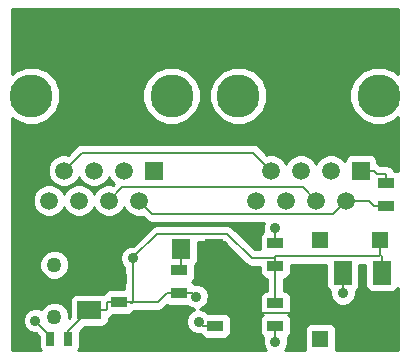
<source format=gbl>
G04 (created by PCBNEW-RS274X (2011-07-08)-stable) date Wed 10 Aug 2011 06:35:13 PM EDT*
G01*
G70*
G90*
%MOIN*%
G04 Gerber Fmt 3.4, Leading zero omitted, Abs format*
%FSLAX34Y34*%
G04 APERTURE LIST*
%ADD10C,0.006000*%
%ADD11R,0.062900X0.070900*%
%ADD12C,0.143700*%
%ADD13R,0.059100X0.059100*%
%ADD14C,0.059100*%
%ADD15R,0.055000X0.055000*%
%ADD16R,0.055000X0.035000*%
%ADD17R,0.060000X0.080000*%
%ADD18R,0.080000X0.060000*%
%ADD19C,0.050000*%
%ADD20R,0.025000X0.045000*%
%ADD21C,0.035000*%
%ADD22C,0.008000*%
%ADD23C,0.010000*%
G04 APERTURE END LIST*
G54D10*
G54D11*
X55041Y-42000D03*
X56159Y-42000D03*
G54D12*
X56962Y-36900D03*
X61635Y-36900D03*
G54D13*
X61050Y-39400D03*
G54D14*
X60550Y-40400D03*
X60050Y-39400D03*
X59550Y-40400D03*
X59050Y-39400D03*
X58550Y-40400D03*
X58050Y-39400D03*
X57550Y-40400D03*
G54D12*
X50062Y-36900D03*
X54735Y-36900D03*
G54D13*
X54150Y-39400D03*
G54D14*
X53650Y-40400D03*
X53150Y-39400D03*
X52650Y-40400D03*
X52150Y-39400D03*
X51650Y-40400D03*
X51150Y-39400D03*
X50650Y-40400D03*
G54D15*
X61700Y-41700D03*
X61700Y-45000D03*
G54D16*
X58200Y-43825D03*
X58200Y-44575D03*
X58200Y-42575D03*
X58200Y-41825D03*
X55000Y-42725D03*
X55000Y-43475D03*
X56200Y-44575D03*
X56200Y-43825D03*
X53000Y-43775D03*
X53000Y-43025D03*
G54D17*
X61750Y-42800D03*
X60450Y-42800D03*
G54D18*
X52000Y-44050D03*
X52000Y-42750D03*
G54D19*
X50830Y-44265D03*
X50830Y-42535D03*
G54D15*
X59700Y-41700D03*
X59700Y-45000D03*
G54D16*
X61900Y-40575D03*
X61900Y-39825D03*
G54D20*
X50700Y-45000D03*
X51300Y-45000D03*
G54D21*
X52700Y-42500D03*
X58200Y-45100D03*
X58200Y-41300D03*
X55636Y-44429D03*
X50200Y-44400D03*
X60450Y-43480D03*
X55561Y-43600D03*
X53455Y-42320D03*
G54D22*
X56159Y-42000D02*
X56159Y-42498D01*
X56200Y-43825D02*
X56200Y-43507D01*
X60425Y-44143D02*
X56200Y-44143D01*
X61282Y-45000D02*
X60425Y-44143D01*
X61700Y-45000D02*
X61282Y-45000D01*
X56200Y-43825D02*
X56200Y-44143D01*
X52582Y-42789D02*
X52543Y-42750D01*
X52582Y-43025D02*
X52582Y-42789D01*
X52000Y-42750D02*
X52543Y-42750D01*
X53000Y-43025D02*
X52582Y-43025D01*
X55808Y-42849D02*
X56159Y-42498D01*
X55808Y-43115D02*
X55808Y-42849D01*
X56200Y-43507D02*
X55808Y-43115D01*
X55041Y-42684D02*
X55000Y-42725D01*
X55041Y-42000D02*
X55041Y-42684D01*
X61595Y-39507D02*
X61900Y-39507D01*
X61488Y-39400D02*
X61595Y-39507D01*
X61050Y-39400D02*
X61488Y-39400D01*
X61900Y-39825D02*
X61900Y-39507D01*
X57445Y-38795D02*
X58050Y-39400D01*
X51755Y-38795D02*
X57445Y-38795D01*
X51150Y-39400D02*
X51755Y-38795D01*
X59110Y-39960D02*
X59550Y-40400D01*
X53090Y-39960D02*
X59110Y-39960D01*
X52650Y-40400D02*
X53090Y-39960D01*
X58200Y-44575D02*
X58200Y-45100D01*
X58200Y-41825D02*
X58200Y-41300D01*
X56200Y-44575D02*
X55782Y-44575D01*
X55782Y-44575D02*
X55636Y-44429D01*
X50700Y-44900D02*
X50700Y-45000D01*
X50200Y-44400D02*
X50700Y-44900D01*
X60450Y-42800D02*
X60450Y-43480D01*
X61900Y-40575D02*
X61482Y-40575D01*
X61307Y-40400D02*
X61482Y-40575D01*
X60550Y-40400D02*
X61307Y-40400D01*
X54090Y-40840D02*
X53650Y-40400D01*
X60110Y-40840D02*
X54090Y-40840D01*
X60550Y-40400D02*
X60110Y-40840D01*
X53455Y-42320D02*
X53455Y-43775D01*
X53400Y-43800D02*
X53400Y-43775D01*
X53430Y-43800D02*
X53400Y-43800D01*
X53455Y-43775D02*
X53430Y-43800D01*
X51300Y-45000D02*
X51300Y-44750D01*
X51300Y-44750D02*
X52000Y-44050D01*
X61750Y-42800D02*
X61750Y-42257D01*
X61650Y-42257D02*
X61700Y-42207D01*
X58200Y-42257D02*
X61650Y-42257D01*
X61750Y-42257D02*
X61700Y-42207D01*
X61700Y-42207D02*
X61700Y-41700D01*
X58200Y-43825D02*
X58200Y-42575D01*
X58200Y-42575D02*
X58200Y-42331D01*
X58200Y-42331D02*
X58200Y-42313D01*
X58200Y-42313D02*
X58200Y-42257D01*
X52582Y-44011D02*
X52582Y-43775D01*
X52543Y-44050D02*
X52582Y-44011D01*
X52000Y-44050D02*
X52543Y-44050D01*
X53000Y-43775D02*
X52582Y-43775D01*
X54282Y-43775D02*
X54582Y-43475D01*
X55000Y-43475D02*
X54582Y-43475D01*
X53400Y-43775D02*
X54282Y-43775D01*
X53000Y-43775D02*
X53400Y-43775D01*
X55543Y-43600D02*
X55561Y-43600D01*
X55418Y-43475D02*
X55543Y-43600D01*
X55000Y-43475D02*
X55418Y-43475D01*
X54242Y-41502D02*
X53455Y-42289D01*
X56596Y-41502D02*
X54242Y-41502D01*
X57407Y-42313D02*
X56596Y-41502D01*
X58200Y-42313D02*
X57407Y-42313D01*
X53455Y-42289D02*
X53455Y-42320D01*
G54D23*
X55604Y-41792D02*
X56476Y-41792D01*
X55604Y-41872D02*
X56556Y-41872D01*
X55604Y-41952D02*
X56636Y-41952D01*
X55604Y-42032D02*
X56716Y-42032D01*
X55604Y-42112D02*
X56796Y-42112D01*
X55604Y-42192D02*
X56876Y-42192D01*
X55604Y-42272D02*
X56956Y-42272D01*
X55604Y-42352D02*
X57036Y-42352D01*
X55593Y-42432D02*
X57116Y-42432D01*
X55549Y-42512D02*
X57196Y-42512D01*
X55524Y-42592D02*
X57354Y-42592D01*
X55524Y-42672D02*
X57676Y-42672D01*
X55524Y-42752D02*
X57676Y-42752D01*
X55524Y-42832D02*
X57690Y-42832D01*
X55524Y-42912D02*
X57735Y-42912D01*
X55507Y-42992D02*
X57859Y-42992D01*
X55455Y-43072D02*
X57910Y-43072D01*
X55479Y-43152D02*
X57910Y-43152D01*
X55782Y-43232D02*
X57910Y-43232D01*
X55874Y-43312D02*
X57910Y-43312D01*
X55935Y-43392D02*
X57910Y-43392D01*
X55967Y-43472D02*
X57751Y-43472D01*
X55986Y-43552D02*
X57696Y-43552D01*
X55986Y-43632D02*
X57676Y-43632D01*
X55975Y-43712D02*
X57676Y-43712D01*
X55942Y-43792D02*
X57676Y-43792D01*
X54595Y-43872D02*
X54611Y-43872D01*
X55890Y-43872D02*
X57676Y-43872D01*
X54515Y-43952D02*
X55312Y-43952D01*
X55810Y-43952D02*
X57676Y-43952D01*
X54410Y-44032D02*
X55483Y-44032D01*
X55788Y-44032D02*
X57676Y-44032D01*
X53465Y-44112D02*
X55352Y-44112D01*
X55920Y-44112D02*
X57703Y-44112D01*
X53341Y-44192D02*
X55274Y-44192D01*
X56619Y-44192D02*
X57765Y-44192D01*
X52723Y-44272D02*
X55241Y-44272D01*
X56691Y-44272D02*
X57708Y-44272D01*
X52649Y-44352D02*
X55211Y-44352D01*
X56724Y-44352D02*
X57676Y-44352D01*
X52636Y-44432D02*
X55211Y-44432D01*
X56724Y-44432D02*
X57676Y-44432D01*
X52590Y-44512D02*
X55211Y-44512D01*
X56724Y-44512D02*
X57676Y-44512D01*
X52466Y-44592D02*
X55244Y-44592D01*
X56724Y-44592D02*
X57676Y-44592D01*
X51788Y-44672D02*
X55278Y-44672D01*
X56724Y-44672D02*
X57676Y-44672D01*
X51708Y-44752D02*
X55358Y-44752D01*
X56724Y-44752D02*
X57676Y-44752D01*
X51674Y-44832D02*
X55499Y-44832D01*
X56711Y-44832D02*
X57690Y-44832D01*
X51674Y-44912D02*
X55735Y-44912D01*
X56665Y-44912D02*
X57735Y-44912D01*
X51674Y-44992D02*
X55859Y-44992D01*
X56541Y-44992D02*
X57784Y-44992D01*
X51674Y-45072D02*
X57775Y-45072D01*
X51674Y-45152D02*
X57775Y-45152D01*
X51674Y-45232D02*
X57795Y-45232D01*
X51659Y-45312D02*
X57828Y-45312D01*
X49425Y-34025D02*
X62275Y-34025D01*
X49425Y-34105D02*
X62275Y-34105D01*
X49425Y-34185D02*
X62275Y-34185D01*
X49425Y-34265D02*
X62275Y-34265D01*
X49425Y-34345D02*
X62275Y-34345D01*
X49425Y-34425D02*
X62275Y-34425D01*
X49425Y-34505D02*
X62275Y-34505D01*
X49425Y-34585D02*
X62275Y-34585D01*
X49425Y-34665D02*
X62275Y-34665D01*
X49425Y-34745D02*
X62275Y-34745D01*
X49425Y-34825D02*
X62275Y-34825D01*
X49425Y-34905D02*
X62275Y-34905D01*
X49425Y-34985D02*
X62275Y-34985D01*
X49425Y-35065D02*
X62275Y-35065D01*
X49425Y-35145D02*
X62275Y-35145D01*
X49425Y-35225D02*
X62275Y-35225D01*
X49425Y-35305D02*
X62275Y-35305D01*
X49425Y-35385D02*
X62275Y-35385D01*
X49425Y-35465D02*
X62275Y-35465D01*
X49425Y-35545D02*
X62275Y-35545D01*
X49425Y-35625D02*
X62275Y-35625D01*
X49425Y-35705D02*
X62275Y-35705D01*
X49425Y-35785D02*
X62275Y-35785D01*
X49425Y-35865D02*
X62275Y-35865D01*
X49425Y-35945D02*
X49841Y-35945D01*
X50283Y-35945D02*
X54514Y-35945D01*
X54956Y-35945D02*
X56741Y-35945D01*
X57183Y-35945D02*
X61414Y-35945D01*
X61856Y-35945D02*
X62275Y-35945D01*
X49425Y-36025D02*
X49647Y-36025D01*
X50477Y-36025D02*
X54320Y-36025D01*
X55150Y-36025D02*
X56547Y-36025D01*
X57377Y-36025D02*
X61220Y-36025D01*
X62050Y-36025D02*
X62275Y-36025D01*
X49425Y-36105D02*
X49489Y-36105D01*
X50634Y-36105D02*
X54162Y-36105D01*
X55307Y-36105D02*
X56389Y-36105D01*
X57534Y-36105D02*
X61062Y-36105D01*
X62208Y-36105D02*
X62275Y-36105D01*
X50714Y-36185D02*
X54082Y-36185D01*
X55387Y-36185D02*
X56309Y-36185D01*
X57614Y-36185D02*
X60982Y-36185D01*
X50794Y-36265D02*
X54002Y-36265D01*
X55467Y-36265D02*
X56229Y-36265D01*
X57694Y-36265D02*
X60902Y-36265D01*
X50874Y-36345D02*
X53922Y-36345D01*
X55547Y-36345D02*
X56149Y-36345D01*
X57774Y-36345D02*
X60822Y-36345D01*
X50911Y-36425D02*
X53884Y-36425D01*
X55584Y-36425D02*
X56111Y-36425D01*
X57811Y-36425D02*
X60784Y-36425D01*
X50944Y-36505D02*
X53851Y-36505D01*
X55617Y-36505D02*
X56078Y-36505D01*
X57844Y-36505D02*
X60751Y-36505D01*
X50978Y-36585D02*
X53818Y-36585D01*
X55651Y-36585D02*
X56045Y-36585D01*
X57878Y-36585D02*
X60718Y-36585D01*
X51011Y-36665D02*
X53785Y-36665D01*
X55684Y-36665D02*
X56012Y-36665D01*
X57911Y-36665D02*
X60685Y-36665D01*
X51029Y-36745D02*
X53768Y-36745D01*
X55702Y-36745D02*
X55995Y-36745D01*
X57929Y-36745D02*
X60668Y-36745D01*
X51029Y-36825D02*
X53768Y-36825D01*
X55702Y-36825D02*
X55995Y-36825D01*
X57929Y-36825D02*
X60668Y-36825D01*
X51029Y-36905D02*
X53768Y-36905D01*
X55702Y-36905D02*
X55995Y-36905D01*
X57929Y-36905D02*
X60668Y-36905D01*
X51029Y-36985D02*
X53768Y-36985D01*
X55702Y-36985D02*
X55995Y-36985D01*
X57929Y-36985D02*
X60668Y-36985D01*
X51029Y-37065D02*
X53768Y-37065D01*
X55702Y-37065D02*
X55995Y-37065D01*
X57929Y-37065D02*
X60668Y-37065D01*
X51008Y-37145D02*
X53790Y-37145D01*
X55681Y-37145D02*
X55702Y-37145D01*
X55702Y-37145D02*
X56017Y-37145D01*
X57908Y-37145D02*
X57929Y-37145D01*
X57929Y-37145D02*
X60690Y-37145D01*
X50975Y-37225D02*
X53824Y-37225D01*
X55648Y-37225D02*
X55702Y-37225D01*
X55702Y-37225D02*
X56051Y-37225D01*
X57875Y-37225D02*
X57929Y-37225D01*
X57929Y-37225D02*
X60724Y-37225D01*
X50942Y-37305D02*
X53857Y-37305D01*
X55615Y-37305D02*
X55702Y-37305D01*
X55702Y-37305D02*
X56084Y-37305D01*
X57842Y-37305D02*
X57929Y-37305D01*
X57929Y-37305D02*
X60757Y-37305D01*
X50909Y-37385D02*
X53890Y-37385D01*
X55582Y-37385D02*
X55702Y-37385D01*
X55702Y-37385D02*
X56117Y-37385D01*
X57809Y-37385D02*
X57929Y-37385D01*
X57929Y-37385D02*
X60790Y-37385D01*
X50865Y-37465D02*
X53933Y-37465D01*
X55538Y-37465D02*
X55702Y-37465D01*
X55702Y-37465D02*
X56160Y-37465D01*
X57765Y-37465D02*
X57929Y-37465D01*
X57929Y-37465D02*
X60833Y-37465D01*
X50785Y-37545D02*
X54013Y-37545D01*
X55458Y-37545D02*
X55702Y-37545D01*
X55702Y-37545D02*
X56240Y-37545D01*
X57685Y-37545D02*
X57929Y-37545D01*
X57929Y-37545D02*
X60913Y-37545D01*
X50705Y-37625D02*
X54093Y-37625D01*
X55378Y-37625D02*
X55702Y-37625D01*
X55702Y-37625D02*
X56320Y-37625D01*
X57605Y-37625D02*
X57929Y-37625D01*
X57929Y-37625D02*
X60993Y-37625D01*
X49425Y-37705D02*
X49500Y-37705D01*
X50625Y-37705D02*
X54173Y-37705D01*
X55298Y-37705D02*
X55702Y-37705D01*
X55702Y-37705D02*
X56400Y-37705D01*
X57525Y-37705D02*
X57929Y-37705D01*
X57929Y-37705D02*
X61073Y-37705D01*
X62197Y-37705D02*
X62275Y-37705D01*
X49425Y-37785D02*
X49671Y-37785D01*
X50453Y-37785D02*
X54344Y-37785D01*
X55126Y-37785D02*
X55702Y-37785D01*
X55702Y-37785D02*
X56571Y-37785D01*
X57353Y-37785D02*
X57929Y-37785D01*
X57929Y-37785D02*
X61244Y-37785D01*
X62026Y-37785D02*
X62275Y-37785D01*
X49425Y-37865D02*
X49865Y-37865D01*
X50259Y-37865D02*
X54538Y-37865D01*
X54932Y-37865D02*
X55702Y-37865D01*
X55702Y-37865D02*
X56765Y-37865D01*
X57159Y-37865D02*
X57929Y-37865D01*
X57929Y-37865D02*
X61438Y-37865D01*
X61832Y-37865D02*
X62275Y-37865D01*
X49425Y-37945D02*
X55702Y-37945D01*
X55702Y-37945D02*
X57929Y-37945D01*
X57929Y-37945D02*
X62275Y-37945D01*
X49425Y-38025D02*
X55702Y-38025D01*
X55702Y-38025D02*
X57929Y-38025D01*
X57929Y-38025D02*
X62275Y-38025D01*
X49425Y-38105D02*
X55702Y-38105D01*
X55702Y-38105D02*
X57929Y-38105D01*
X57929Y-38105D02*
X62275Y-38105D01*
X49425Y-38185D02*
X55702Y-38185D01*
X55702Y-38185D02*
X57929Y-38185D01*
X57929Y-38185D02*
X62275Y-38185D01*
X49425Y-38265D02*
X55702Y-38265D01*
X55702Y-38265D02*
X57929Y-38265D01*
X57929Y-38265D02*
X62275Y-38265D01*
X49425Y-38345D02*
X55702Y-38345D01*
X55702Y-38345D02*
X57929Y-38345D01*
X57929Y-38345D02*
X62275Y-38345D01*
X49425Y-38425D02*
X55702Y-38425D01*
X55702Y-38425D02*
X57929Y-38425D01*
X57929Y-38425D02*
X62275Y-38425D01*
X49425Y-38505D02*
X51755Y-38505D01*
X57445Y-38505D02*
X57929Y-38505D01*
X57929Y-38505D02*
X62275Y-38505D01*
X49425Y-38585D02*
X51557Y-38585D01*
X57642Y-38585D02*
X57929Y-38585D01*
X57929Y-38585D02*
X62275Y-38585D01*
X49425Y-38665D02*
X51474Y-38665D01*
X57725Y-38665D02*
X57929Y-38665D01*
X57929Y-38665D02*
X62275Y-38665D01*
X49425Y-38745D02*
X51394Y-38745D01*
X57805Y-38745D02*
X57929Y-38745D01*
X57929Y-38745D02*
X62275Y-38745D01*
X49425Y-38825D02*
X51314Y-38825D01*
X57885Y-38825D02*
X57929Y-38825D01*
X57929Y-38825D02*
X62275Y-38825D01*
X49425Y-38905D02*
X50923Y-38905D01*
X58276Y-38905D02*
X58823Y-38905D01*
X59276Y-38905D02*
X59823Y-38905D01*
X60276Y-38905D02*
X60603Y-38905D01*
X61497Y-38905D02*
X62275Y-38905D01*
X49425Y-38985D02*
X50796Y-38985D01*
X58404Y-38985D02*
X58696Y-38985D01*
X59404Y-38985D02*
X59696Y-38985D01*
X60404Y-38985D02*
X60535Y-38985D01*
X61564Y-38985D02*
X62275Y-38985D01*
X49425Y-39065D02*
X50716Y-39065D01*
X58484Y-39065D02*
X58616Y-39065D01*
X59484Y-39065D02*
X59616Y-39065D01*
X60484Y-39065D02*
X60506Y-39065D01*
X61594Y-39065D02*
X62275Y-39065D01*
X49425Y-39145D02*
X50667Y-39145D01*
X58533Y-39145D02*
X58566Y-39145D01*
X59533Y-39145D02*
X59566Y-39145D01*
X61618Y-39145D02*
X62275Y-39145D01*
X49425Y-39225D02*
X50633Y-39225D01*
X61940Y-39225D02*
X62275Y-39225D01*
X49425Y-39305D02*
X50606Y-39305D01*
X62107Y-39305D02*
X62275Y-39305D01*
X49425Y-39385D02*
X50606Y-39385D01*
X62160Y-39385D02*
X62275Y-39385D01*
X49425Y-39465D02*
X50606Y-39465D01*
X49425Y-39545D02*
X50622Y-39545D01*
X49425Y-39625D02*
X50655Y-39625D01*
X51646Y-39625D02*
X51655Y-39625D01*
X52646Y-39625D02*
X52655Y-39625D01*
X49425Y-39705D02*
X50688Y-39705D01*
X51613Y-39705D02*
X51688Y-39705D01*
X52613Y-39705D02*
X52688Y-39705D01*
X49425Y-39785D02*
X50766Y-39785D01*
X51534Y-39785D02*
X51766Y-39785D01*
X52534Y-39785D02*
X52766Y-39785D01*
X49425Y-39865D02*
X50520Y-39865D01*
X50779Y-39865D02*
X50852Y-39865D01*
X51449Y-39865D02*
X51520Y-39865D01*
X51779Y-39865D02*
X51852Y-39865D01*
X52449Y-39865D02*
X52520Y-39865D01*
X49425Y-39945D02*
X50336Y-39945D01*
X50964Y-39945D02*
X51336Y-39945D01*
X51964Y-39945D02*
X52336Y-39945D01*
X49425Y-40025D02*
X50256Y-40025D01*
X51044Y-40025D02*
X51256Y-40025D01*
X52044Y-40025D02*
X52256Y-40025D01*
X49425Y-40105D02*
X50183Y-40105D01*
X51116Y-40105D02*
X51183Y-40105D01*
X52116Y-40105D02*
X52183Y-40105D01*
X49425Y-40185D02*
X50150Y-40185D01*
X49425Y-40265D02*
X50117Y-40265D01*
X49425Y-40345D02*
X50106Y-40345D01*
X49425Y-40425D02*
X50106Y-40425D01*
X49425Y-40505D02*
X50106Y-40505D01*
X49425Y-40585D02*
X50138Y-40585D01*
X49425Y-40665D02*
X50172Y-40665D01*
X51129Y-40665D02*
X51172Y-40665D01*
X52129Y-40665D02*
X52172Y-40665D01*
X53129Y-40665D02*
X53172Y-40665D01*
X49425Y-40745D02*
X50226Y-40745D01*
X51074Y-40745D02*
X51226Y-40745D01*
X52074Y-40745D02*
X52226Y-40745D01*
X53074Y-40745D02*
X53226Y-40745D01*
X49425Y-40825D02*
X50306Y-40825D01*
X50994Y-40825D02*
X51306Y-40825D01*
X51994Y-40825D02*
X52306Y-40825D01*
X52994Y-40825D02*
X53306Y-40825D01*
X49425Y-40905D02*
X50449Y-40905D01*
X50852Y-40905D02*
X51449Y-40905D01*
X51852Y-40905D02*
X52449Y-40905D01*
X52852Y-40905D02*
X53449Y-40905D01*
X49425Y-40985D02*
X53825Y-40985D01*
X49425Y-41065D02*
X53915Y-41065D01*
X49425Y-41145D02*
X57803Y-41145D01*
X49425Y-41225D02*
X54176Y-41225D01*
X56661Y-41225D02*
X57775Y-41225D01*
X49425Y-41305D02*
X54029Y-41305D01*
X56809Y-41305D02*
X57775Y-41305D01*
X49425Y-41385D02*
X53949Y-41385D01*
X56889Y-41385D02*
X57776Y-41385D01*
X49425Y-41465D02*
X53869Y-41465D01*
X56969Y-41465D02*
X57758Y-41465D01*
X49425Y-41545D02*
X53789Y-41545D01*
X57049Y-41545D02*
X57698Y-41545D01*
X49425Y-41625D02*
X53709Y-41625D01*
X57129Y-41625D02*
X57676Y-41625D01*
X49425Y-41705D02*
X53629Y-41705D01*
X57209Y-41705D02*
X57676Y-41705D01*
X49425Y-41785D02*
X53549Y-41785D01*
X57289Y-41785D02*
X57676Y-41785D01*
X49425Y-41865D02*
X53469Y-41865D01*
X57369Y-41865D02*
X57676Y-41865D01*
X49425Y-41945D02*
X53249Y-41945D01*
X57449Y-41945D02*
X57676Y-41945D01*
X49425Y-42025D02*
X53149Y-42025D01*
X49425Y-42105D02*
X50564Y-42105D01*
X51096Y-42105D02*
X53084Y-42105D01*
X49425Y-42185D02*
X50474Y-42185D01*
X51185Y-42185D02*
X53050Y-42185D01*
X49425Y-42265D02*
X50401Y-42265D01*
X51257Y-42265D02*
X53030Y-42265D01*
X49425Y-42345D02*
X50368Y-42345D01*
X51291Y-42345D02*
X53030Y-42345D01*
X49425Y-42425D02*
X50335Y-42425D01*
X51324Y-42425D02*
X53039Y-42425D01*
X49425Y-42505D02*
X50331Y-42505D01*
X51329Y-42505D02*
X53072Y-42505D01*
X49425Y-42585D02*
X50331Y-42585D01*
X51329Y-42585D02*
X53119Y-42585D01*
X49425Y-42665D02*
X50344Y-42665D01*
X51317Y-42665D02*
X51329Y-42665D01*
X51329Y-42665D02*
X53165Y-42665D01*
X49425Y-42745D02*
X50378Y-42745D01*
X51284Y-42745D02*
X51329Y-42745D01*
X51329Y-42745D02*
X53165Y-42745D01*
X49425Y-42825D02*
X50415Y-42825D01*
X51246Y-42825D02*
X51329Y-42825D01*
X51329Y-42825D02*
X53165Y-42825D01*
X49425Y-42905D02*
X50495Y-42905D01*
X51166Y-42905D02*
X51329Y-42905D01*
X51329Y-42905D02*
X53165Y-42905D01*
X49425Y-42985D02*
X50613Y-42985D01*
X51047Y-42985D02*
X51329Y-42985D01*
X51329Y-42985D02*
X53165Y-42985D01*
X49425Y-43065D02*
X51329Y-43065D01*
X51329Y-43065D02*
X53165Y-43065D01*
X49425Y-43145D02*
X51329Y-43145D01*
X51329Y-43145D02*
X53165Y-43145D01*
X49425Y-43225D02*
X51329Y-43225D01*
X51329Y-43225D02*
X53165Y-43225D01*
X49425Y-43305D02*
X51329Y-43305D01*
X51329Y-43305D02*
X53165Y-43305D01*
X49425Y-43385D02*
X51329Y-43385D01*
X51329Y-43385D02*
X52593Y-43385D01*
X49425Y-43465D02*
X51329Y-43465D01*
X51329Y-43465D02*
X52511Y-43465D01*
X49425Y-43545D02*
X51329Y-43545D01*
X51329Y-43545D02*
X51453Y-43545D01*
X49425Y-43625D02*
X51329Y-43625D01*
X51329Y-43625D02*
X51382Y-43625D01*
X49425Y-43705D02*
X51329Y-43705D01*
X51329Y-43705D02*
X51351Y-43705D01*
X49425Y-43785D02*
X50685Y-43785D01*
X50975Y-43785D02*
X51329Y-43785D01*
X51329Y-43785D02*
X51351Y-43785D01*
X49425Y-43865D02*
X50524Y-43865D01*
X51135Y-43865D02*
X51329Y-43865D01*
X51329Y-43865D02*
X51351Y-43865D01*
X49425Y-43945D02*
X50444Y-43945D01*
X51215Y-43945D02*
X51329Y-43945D01*
X51329Y-43945D02*
X51351Y-43945D01*
X49425Y-44025D02*
X49994Y-44025D01*
X51270Y-44025D02*
X51329Y-44025D01*
X51329Y-44025D02*
X51351Y-44025D01*
X49425Y-44105D02*
X49894Y-44105D01*
X51303Y-44105D02*
X51329Y-44105D01*
X51329Y-44105D02*
X51351Y-44105D01*
X49425Y-44185D02*
X49829Y-44185D01*
X51329Y-44185D02*
X51351Y-44185D01*
X49425Y-44265D02*
X49795Y-44265D01*
X51329Y-44265D02*
X51351Y-44265D01*
X49425Y-44345D02*
X49775Y-44345D01*
X49425Y-44425D02*
X49775Y-44425D01*
X49425Y-44505D02*
X49784Y-44505D01*
X49425Y-44585D02*
X49817Y-44585D01*
X49425Y-44665D02*
X49864Y-44665D01*
X49425Y-44745D02*
X49944Y-44745D01*
X49425Y-44825D02*
X50215Y-44825D01*
X49425Y-44905D02*
X50295Y-44905D01*
X49425Y-44985D02*
X50326Y-44985D01*
X49425Y-45065D02*
X50326Y-45065D01*
X49425Y-45145D02*
X50326Y-45145D01*
X49425Y-45225D02*
X50326Y-45225D01*
X49425Y-45305D02*
X50339Y-45305D01*
X58724Y-42547D02*
X59901Y-42547D01*
X60999Y-42547D02*
X61201Y-42547D01*
X58724Y-42627D02*
X59901Y-42627D01*
X60999Y-42627D02*
X61201Y-42627D01*
X58724Y-42707D02*
X59901Y-42707D01*
X60999Y-42707D02*
X61201Y-42707D01*
X58724Y-42787D02*
X59901Y-42787D01*
X60999Y-42787D02*
X61201Y-42787D01*
X58697Y-42867D02*
X59901Y-42867D01*
X60999Y-42867D02*
X61201Y-42867D01*
X58630Y-42947D02*
X59901Y-42947D01*
X60999Y-42947D02*
X61201Y-42947D01*
X58490Y-43027D02*
X59901Y-43027D01*
X60999Y-43027D02*
X61201Y-43027D01*
X58490Y-43107D02*
X59901Y-43107D01*
X60999Y-43107D02*
X61201Y-43107D01*
X58490Y-43187D02*
X59901Y-43187D01*
X60999Y-43187D02*
X61201Y-43187D01*
X58490Y-43267D02*
X59909Y-43267D01*
X60992Y-43267D02*
X61209Y-43267D01*
X58490Y-43347D02*
X59945Y-43347D01*
X60955Y-43347D02*
X61245Y-43347D01*
X62255Y-43347D02*
X62275Y-43347D01*
X58587Y-43427D02*
X60025Y-43427D01*
X60875Y-43427D02*
X61348Y-43427D01*
X62153Y-43427D02*
X62275Y-43427D01*
X58684Y-43507D02*
X60025Y-43507D01*
X60875Y-43507D02*
X62275Y-43507D01*
X58718Y-43587D02*
X60035Y-43587D01*
X60866Y-43587D02*
X62275Y-43587D01*
X58724Y-43667D02*
X60068Y-43667D01*
X60833Y-43667D02*
X62275Y-43667D01*
X58724Y-43747D02*
X60116Y-43747D01*
X60784Y-43747D02*
X62275Y-43747D01*
X58724Y-43827D02*
X60196Y-43827D01*
X60704Y-43827D02*
X62275Y-43827D01*
X58724Y-43907D02*
X62275Y-43907D01*
X58724Y-43987D02*
X62275Y-43987D01*
X58717Y-44067D02*
X62275Y-44067D01*
X58680Y-44147D02*
X62275Y-44147D01*
X58654Y-44227D02*
X62275Y-44227D01*
X58705Y-44307D02*
X62275Y-44307D01*
X58724Y-44387D02*
X62275Y-44387D01*
X58724Y-44467D02*
X62275Y-44467D01*
X58724Y-44547D02*
X59251Y-44547D01*
X60149Y-44547D02*
X62275Y-44547D01*
X58724Y-44627D02*
X59196Y-44627D01*
X60203Y-44627D02*
X62275Y-44627D01*
X58724Y-44707D02*
X59176Y-44707D01*
X60224Y-44707D02*
X62275Y-44707D01*
X58724Y-44787D02*
X59176Y-44787D01*
X60224Y-44787D02*
X62275Y-44787D01*
X58697Y-44867D02*
X59176Y-44867D01*
X60224Y-44867D02*
X62275Y-44867D01*
X58630Y-44947D02*
X59176Y-44947D01*
X60224Y-44947D02*
X62275Y-44947D01*
X58625Y-45027D02*
X59176Y-45027D01*
X60224Y-45027D02*
X62275Y-45027D01*
X58625Y-45107D02*
X59176Y-45107D01*
X60224Y-45107D02*
X62275Y-45107D01*
X58625Y-45187D02*
X59176Y-45187D01*
X60224Y-45187D02*
X62275Y-45187D01*
X58591Y-45267D02*
X59176Y-45267D01*
X60224Y-45267D02*
X62275Y-45267D01*
X58554Y-45347D02*
X59186Y-45347D01*
X60215Y-45347D02*
X62275Y-45347D01*
X57910Y-43401D02*
X57876Y-43401D01*
X57784Y-43439D01*
X57714Y-43509D01*
X57676Y-43600D01*
X57676Y-43699D01*
X57676Y-44049D01*
X57714Y-44141D01*
X57773Y-44200D01*
X57714Y-44259D01*
X57676Y-44350D01*
X57676Y-44449D01*
X57676Y-44799D01*
X57714Y-44891D01*
X57784Y-44961D01*
X57795Y-44965D01*
X57775Y-45015D01*
X57775Y-45184D01*
X57839Y-45340D01*
X57874Y-45375D01*
X51627Y-45375D01*
X51636Y-45366D01*
X51674Y-45275D01*
X51674Y-45176D01*
X51674Y-44786D01*
X51861Y-44599D01*
X52449Y-44599D01*
X52541Y-44561D01*
X52611Y-44491D01*
X52649Y-44400D01*
X52649Y-44318D01*
X52654Y-44318D01*
X52748Y-44255D01*
X52787Y-44216D01*
X52798Y-44199D01*
X53324Y-44199D01*
X53416Y-44161D01*
X53486Y-44091D01*
X53491Y-44077D01*
X53541Y-44068D01*
X53545Y-44065D01*
X54282Y-44065D01*
X54393Y-44043D01*
X54487Y-43980D01*
X54599Y-43867D01*
X54675Y-43899D01*
X54774Y-43899D01*
X55259Y-43899D01*
X55320Y-43960D01*
X55476Y-44025D01*
X55500Y-44025D01*
X55396Y-44068D01*
X55276Y-44188D01*
X55211Y-44344D01*
X55211Y-44513D01*
X55275Y-44669D01*
X55395Y-44789D01*
X55551Y-44854D01*
X55698Y-44854D01*
X55714Y-44891D01*
X55784Y-44961D01*
X55875Y-44999D01*
X55974Y-44999D01*
X56524Y-44999D01*
X56616Y-44961D01*
X56686Y-44891D01*
X56724Y-44800D01*
X56724Y-44701D01*
X56724Y-44351D01*
X56686Y-44259D01*
X56616Y-44189D01*
X56525Y-44151D01*
X56426Y-44151D01*
X55959Y-44151D01*
X55877Y-44069D01*
X55721Y-44004D01*
X55696Y-44004D01*
X55801Y-43961D01*
X55921Y-43841D01*
X55986Y-43685D01*
X55986Y-43516D01*
X55922Y-43360D01*
X55802Y-43240D01*
X55646Y-43175D01*
X55492Y-43175D01*
X55486Y-43159D01*
X55427Y-43100D01*
X55486Y-43041D01*
X55524Y-42950D01*
X55524Y-42851D01*
X55524Y-42537D01*
X55566Y-42495D01*
X55604Y-42404D01*
X55604Y-42305D01*
X55604Y-41792D01*
X56476Y-41792D01*
X57201Y-42517D01*
X57202Y-42518D01*
X57295Y-42580D01*
X57296Y-42581D01*
X57406Y-42602D01*
X57407Y-42603D01*
X57676Y-42603D01*
X57676Y-42799D01*
X57714Y-42891D01*
X57784Y-42961D01*
X57875Y-42999D01*
X57910Y-42999D01*
X57910Y-43401D01*
X55604Y-41792D02*
X56476Y-41792D01*
X55604Y-41872D02*
X56556Y-41872D01*
X55604Y-41952D02*
X56636Y-41952D01*
X55604Y-42032D02*
X56716Y-42032D01*
X55604Y-42112D02*
X56796Y-42112D01*
X55604Y-42192D02*
X56876Y-42192D01*
X55604Y-42272D02*
X56956Y-42272D01*
X55604Y-42352D02*
X57036Y-42352D01*
X55593Y-42432D02*
X57116Y-42432D01*
X55549Y-42512D02*
X57196Y-42512D01*
X55524Y-42592D02*
X57354Y-42592D01*
X55524Y-42672D02*
X57676Y-42672D01*
X55524Y-42752D02*
X57676Y-42752D01*
X55524Y-42832D02*
X57690Y-42832D01*
X55524Y-42912D02*
X57735Y-42912D01*
X55507Y-42992D02*
X57859Y-42992D01*
X55455Y-43072D02*
X57910Y-43072D01*
X55479Y-43152D02*
X57910Y-43152D01*
X55782Y-43232D02*
X57910Y-43232D01*
X55874Y-43312D02*
X57910Y-43312D01*
X55935Y-43392D02*
X57910Y-43392D01*
X55967Y-43472D02*
X57751Y-43472D01*
X55986Y-43552D02*
X57696Y-43552D01*
X55986Y-43632D02*
X57676Y-43632D01*
X55975Y-43712D02*
X57676Y-43712D01*
X55942Y-43792D02*
X57676Y-43792D01*
X54595Y-43872D02*
X54611Y-43872D01*
X55890Y-43872D02*
X57676Y-43872D01*
X54515Y-43952D02*
X55312Y-43952D01*
X55810Y-43952D02*
X57676Y-43952D01*
X54410Y-44032D02*
X55483Y-44032D01*
X55788Y-44032D02*
X57676Y-44032D01*
X53465Y-44112D02*
X55352Y-44112D01*
X55920Y-44112D02*
X57703Y-44112D01*
X53341Y-44192D02*
X55274Y-44192D01*
X56619Y-44192D02*
X57765Y-44192D01*
X52723Y-44272D02*
X55241Y-44272D01*
X56691Y-44272D02*
X57708Y-44272D01*
X52649Y-44352D02*
X55211Y-44352D01*
X56724Y-44352D02*
X57676Y-44352D01*
X52636Y-44432D02*
X55211Y-44432D01*
X56724Y-44432D02*
X57676Y-44432D01*
X52590Y-44512D02*
X55211Y-44512D01*
X56724Y-44512D02*
X57676Y-44512D01*
X52466Y-44592D02*
X55244Y-44592D01*
X56724Y-44592D02*
X57676Y-44592D01*
X51788Y-44672D02*
X55278Y-44672D01*
X56724Y-44672D02*
X57676Y-44672D01*
X51708Y-44752D02*
X55358Y-44752D01*
X56724Y-44752D02*
X57676Y-44752D01*
X51674Y-44832D02*
X55499Y-44832D01*
X56711Y-44832D02*
X57690Y-44832D01*
X51674Y-44912D02*
X55735Y-44912D01*
X56665Y-44912D02*
X57735Y-44912D01*
X51674Y-44992D02*
X55859Y-44992D01*
X56541Y-44992D02*
X57784Y-44992D01*
X51674Y-45072D02*
X57775Y-45072D01*
X51674Y-45152D02*
X57775Y-45152D01*
X51674Y-45232D02*
X57795Y-45232D01*
X51659Y-45312D02*
X57828Y-45312D01*
X49425Y-34025D02*
X62275Y-34025D01*
X49425Y-34105D02*
X62275Y-34105D01*
X49425Y-34185D02*
X62275Y-34185D01*
X49425Y-34265D02*
X62275Y-34265D01*
X49425Y-34345D02*
X62275Y-34345D01*
X49425Y-34425D02*
X62275Y-34425D01*
X49425Y-34505D02*
X62275Y-34505D01*
X49425Y-34585D02*
X62275Y-34585D01*
X49425Y-34665D02*
X62275Y-34665D01*
X49425Y-34745D02*
X62275Y-34745D01*
X49425Y-34825D02*
X62275Y-34825D01*
X49425Y-34905D02*
X62275Y-34905D01*
X49425Y-34985D02*
X62275Y-34985D01*
X49425Y-35065D02*
X62275Y-35065D01*
X49425Y-35145D02*
X62275Y-35145D01*
X49425Y-35225D02*
X62275Y-35225D01*
X49425Y-35305D02*
X62275Y-35305D01*
X49425Y-35385D02*
X62275Y-35385D01*
X49425Y-35465D02*
X62275Y-35465D01*
X49425Y-35545D02*
X62275Y-35545D01*
X49425Y-35625D02*
X62275Y-35625D01*
X49425Y-35705D02*
X62275Y-35705D01*
X49425Y-35785D02*
X62275Y-35785D01*
X49425Y-35865D02*
X62275Y-35865D01*
X49425Y-35945D02*
X49841Y-35945D01*
X50283Y-35945D02*
X54514Y-35945D01*
X54956Y-35945D02*
X56741Y-35945D01*
X57183Y-35945D02*
X61414Y-35945D01*
X61856Y-35945D02*
X62275Y-35945D01*
X49425Y-36025D02*
X49647Y-36025D01*
X50477Y-36025D02*
X54320Y-36025D01*
X55150Y-36025D02*
X56547Y-36025D01*
X57377Y-36025D02*
X61220Y-36025D01*
X62050Y-36025D02*
X62275Y-36025D01*
X49425Y-36105D02*
X49489Y-36105D01*
X50634Y-36105D02*
X54162Y-36105D01*
X55307Y-36105D02*
X56389Y-36105D01*
X57534Y-36105D02*
X61062Y-36105D01*
X62208Y-36105D02*
X62275Y-36105D01*
X50714Y-36185D02*
X54082Y-36185D01*
X55387Y-36185D02*
X56309Y-36185D01*
X57614Y-36185D02*
X60982Y-36185D01*
X50794Y-36265D02*
X54002Y-36265D01*
X55467Y-36265D02*
X56229Y-36265D01*
X57694Y-36265D02*
X60902Y-36265D01*
X50874Y-36345D02*
X53922Y-36345D01*
X55547Y-36345D02*
X56149Y-36345D01*
X57774Y-36345D02*
X60822Y-36345D01*
X50911Y-36425D02*
X53884Y-36425D01*
X55584Y-36425D02*
X56111Y-36425D01*
X57811Y-36425D02*
X60784Y-36425D01*
X50944Y-36505D02*
X53851Y-36505D01*
X55617Y-36505D02*
X56078Y-36505D01*
X57844Y-36505D02*
X60751Y-36505D01*
X50978Y-36585D02*
X53818Y-36585D01*
X55651Y-36585D02*
X56045Y-36585D01*
X57878Y-36585D02*
X60718Y-36585D01*
X51011Y-36665D02*
X53785Y-36665D01*
X55684Y-36665D02*
X56012Y-36665D01*
X57911Y-36665D02*
X60685Y-36665D01*
X51029Y-36745D02*
X53768Y-36745D01*
X55702Y-36745D02*
X55995Y-36745D01*
X57929Y-36745D02*
X60668Y-36745D01*
X51029Y-36825D02*
X53768Y-36825D01*
X55702Y-36825D02*
X55995Y-36825D01*
X57929Y-36825D02*
X60668Y-36825D01*
X51029Y-36905D02*
X53768Y-36905D01*
X55702Y-36905D02*
X55995Y-36905D01*
X57929Y-36905D02*
X60668Y-36905D01*
X51029Y-36985D02*
X53768Y-36985D01*
X55702Y-36985D02*
X55995Y-36985D01*
X57929Y-36985D02*
X60668Y-36985D01*
X51029Y-37065D02*
X53768Y-37065D01*
X55702Y-37065D02*
X55995Y-37065D01*
X57929Y-37065D02*
X60668Y-37065D01*
X51008Y-37145D02*
X53790Y-37145D01*
X55681Y-37145D02*
X55702Y-37145D01*
X55702Y-37145D02*
X56017Y-37145D01*
X57908Y-37145D02*
X57929Y-37145D01*
X57929Y-37145D02*
X60690Y-37145D01*
X50975Y-37225D02*
X53824Y-37225D01*
X55648Y-37225D02*
X55702Y-37225D01*
X55702Y-37225D02*
X56051Y-37225D01*
X57875Y-37225D02*
X57929Y-37225D01*
X57929Y-37225D02*
X60724Y-37225D01*
X50942Y-37305D02*
X53857Y-37305D01*
X55615Y-37305D02*
X55702Y-37305D01*
X55702Y-37305D02*
X56084Y-37305D01*
X57842Y-37305D02*
X57929Y-37305D01*
X57929Y-37305D02*
X60757Y-37305D01*
X50909Y-37385D02*
X53890Y-37385D01*
X55582Y-37385D02*
X55702Y-37385D01*
X55702Y-37385D02*
X56117Y-37385D01*
X57809Y-37385D02*
X57929Y-37385D01*
X57929Y-37385D02*
X60790Y-37385D01*
X50865Y-37465D02*
X53933Y-37465D01*
X55538Y-37465D02*
X55702Y-37465D01*
X55702Y-37465D02*
X56160Y-37465D01*
X57765Y-37465D02*
X57929Y-37465D01*
X57929Y-37465D02*
X60833Y-37465D01*
X50785Y-37545D02*
X54013Y-37545D01*
X55458Y-37545D02*
X55702Y-37545D01*
X55702Y-37545D02*
X56240Y-37545D01*
X57685Y-37545D02*
X57929Y-37545D01*
X57929Y-37545D02*
X60913Y-37545D01*
X50705Y-37625D02*
X54093Y-37625D01*
X55378Y-37625D02*
X55702Y-37625D01*
X55702Y-37625D02*
X56320Y-37625D01*
X57605Y-37625D02*
X57929Y-37625D01*
X57929Y-37625D02*
X60993Y-37625D01*
X49425Y-37705D02*
X49500Y-37705D01*
X50625Y-37705D02*
X54173Y-37705D01*
X55298Y-37705D02*
X55702Y-37705D01*
X55702Y-37705D02*
X56400Y-37705D01*
X57525Y-37705D02*
X57929Y-37705D01*
X57929Y-37705D02*
X61073Y-37705D01*
X62197Y-37705D02*
X62275Y-37705D01*
X49425Y-37785D02*
X49671Y-37785D01*
X50453Y-37785D02*
X54344Y-37785D01*
X55126Y-37785D02*
X55702Y-37785D01*
X55702Y-37785D02*
X56571Y-37785D01*
X57353Y-37785D02*
X57929Y-37785D01*
X57929Y-37785D02*
X61244Y-37785D01*
X62026Y-37785D02*
X62275Y-37785D01*
X49425Y-37865D02*
X49865Y-37865D01*
X50259Y-37865D02*
X54538Y-37865D01*
X54932Y-37865D02*
X55702Y-37865D01*
X55702Y-37865D02*
X56765Y-37865D01*
X57159Y-37865D02*
X57929Y-37865D01*
X57929Y-37865D02*
X61438Y-37865D01*
X61832Y-37865D02*
X62275Y-37865D01*
X49425Y-37945D02*
X55702Y-37945D01*
X55702Y-37945D02*
X57929Y-37945D01*
X57929Y-37945D02*
X62275Y-37945D01*
X49425Y-38025D02*
X55702Y-38025D01*
X55702Y-38025D02*
X57929Y-38025D01*
X57929Y-38025D02*
X62275Y-38025D01*
X49425Y-38105D02*
X55702Y-38105D01*
X55702Y-38105D02*
X57929Y-38105D01*
X57929Y-38105D02*
X62275Y-38105D01*
X49425Y-38185D02*
X55702Y-38185D01*
X55702Y-38185D02*
X57929Y-38185D01*
X57929Y-38185D02*
X62275Y-38185D01*
X49425Y-38265D02*
X55702Y-38265D01*
X55702Y-38265D02*
X57929Y-38265D01*
X57929Y-38265D02*
X62275Y-38265D01*
X49425Y-38345D02*
X55702Y-38345D01*
X55702Y-38345D02*
X57929Y-38345D01*
X57929Y-38345D02*
X62275Y-38345D01*
X49425Y-38425D02*
X55702Y-38425D01*
X55702Y-38425D02*
X57929Y-38425D01*
X57929Y-38425D02*
X62275Y-38425D01*
X49425Y-38505D02*
X51755Y-38505D01*
X57445Y-38505D02*
X57929Y-38505D01*
X57929Y-38505D02*
X62275Y-38505D01*
X49425Y-38585D02*
X51557Y-38585D01*
X57642Y-38585D02*
X57929Y-38585D01*
X57929Y-38585D02*
X62275Y-38585D01*
X49425Y-38665D02*
X51474Y-38665D01*
X57725Y-38665D02*
X57929Y-38665D01*
X57929Y-38665D02*
X62275Y-38665D01*
X49425Y-38745D02*
X51394Y-38745D01*
X57805Y-38745D02*
X57929Y-38745D01*
X57929Y-38745D02*
X62275Y-38745D01*
X49425Y-38825D02*
X51314Y-38825D01*
X57885Y-38825D02*
X57929Y-38825D01*
X57929Y-38825D02*
X62275Y-38825D01*
X49425Y-38905D02*
X50923Y-38905D01*
X58276Y-38905D02*
X58823Y-38905D01*
X59276Y-38905D02*
X59823Y-38905D01*
X60276Y-38905D02*
X60603Y-38905D01*
X61497Y-38905D02*
X62275Y-38905D01*
X49425Y-38985D02*
X50796Y-38985D01*
X58404Y-38985D02*
X58696Y-38985D01*
X59404Y-38985D02*
X59696Y-38985D01*
X60404Y-38985D02*
X60535Y-38985D01*
X61564Y-38985D02*
X62275Y-38985D01*
X49425Y-39065D02*
X50716Y-39065D01*
X58484Y-39065D02*
X58616Y-39065D01*
X59484Y-39065D02*
X59616Y-39065D01*
X60484Y-39065D02*
X60506Y-39065D01*
X61594Y-39065D02*
X62275Y-39065D01*
X49425Y-39145D02*
X50667Y-39145D01*
X58533Y-39145D02*
X58566Y-39145D01*
X59533Y-39145D02*
X59566Y-39145D01*
X61618Y-39145D02*
X62275Y-39145D01*
X49425Y-39225D02*
X50633Y-39225D01*
X61940Y-39225D02*
X62275Y-39225D01*
X49425Y-39305D02*
X50606Y-39305D01*
X62107Y-39305D02*
X62275Y-39305D01*
X49425Y-39385D02*
X50606Y-39385D01*
X62160Y-39385D02*
X62275Y-39385D01*
X49425Y-39465D02*
X50606Y-39465D01*
X49425Y-39545D02*
X50622Y-39545D01*
X49425Y-39625D02*
X50655Y-39625D01*
X51646Y-39625D02*
X51655Y-39625D01*
X52646Y-39625D02*
X52655Y-39625D01*
X49425Y-39705D02*
X50688Y-39705D01*
X51613Y-39705D02*
X51688Y-39705D01*
X52613Y-39705D02*
X52688Y-39705D01*
X49425Y-39785D02*
X50766Y-39785D01*
X51534Y-39785D02*
X51766Y-39785D01*
X52534Y-39785D02*
X52766Y-39785D01*
X49425Y-39865D02*
X50520Y-39865D01*
X50779Y-39865D02*
X50852Y-39865D01*
X51449Y-39865D02*
X51520Y-39865D01*
X51779Y-39865D02*
X51852Y-39865D01*
X52449Y-39865D02*
X52520Y-39865D01*
X49425Y-39945D02*
X50336Y-39945D01*
X50964Y-39945D02*
X51336Y-39945D01*
X51964Y-39945D02*
X52336Y-39945D01*
X49425Y-40025D02*
X50256Y-40025D01*
X51044Y-40025D02*
X51256Y-40025D01*
X52044Y-40025D02*
X52256Y-40025D01*
X49425Y-40105D02*
X50183Y-40105D01*
X51116Y-40105D02*
X51183Y-40105D01*
X52116Y-40105D02*
X52183Y-40105D01*
X49425Y-40185D02*
X50150Y-40185D01*
X49425Y-40265D02*
X50117Y-40265D01*
X49425Y-40345D02*
X50106Y-40345D01*
X49425Y-40425D02*
X50106Y-40425D01*
X49425Y-40505D02*
X50106Y-40505D01*
X49425Y-40585D02*
X50138Y-40585D01*
X49425Y-40665D02*
X50172Y-40665D01*
X51129Y-40665D02*
X51172Y-40665D01*
X52129Y-40665D02*
X52172Y-40665D01*
X53129Y-40665D02*
X53172Y-40665D01*
X49425Y-40745D02*
X50226Y-40745D01*
X51074Y-40745D02*
X51226Y-40745D01*
X52074Y-40745D02*
X52226Y-40745D01*
X53074Y-40745D02*
X53226Y-40745D01*
X49425Y-40825D02*
X50306Y-40825D01*
X50994Y-40825D02*
X51306Y-40825D01*
X51994Y-40825D02*
X52306Y-40825D01*
X52994Y-40825D02*
X53306Y-40825D01*
X49425Y-40905D02*
X50449Y-40905D01*
X50852Y-40905D02*
X51449Y-40905D01*
X51852Y-40905D02*
X52449Y-40905D01*
X52852Y-40905D02*
X53449Y-40905D01*
X49425Y-40985D02*
X53825Y-40985D01*
X49425Y-41065D02*
X53915Y-41065D01*
X49425Y-41145D02*
X57803Y-41145D01*
X49425Y-41225D02*
X54176Y-41225D01*
X56661Y-41225D02*
X57775Y-41225D01*
X49425Y-41305D02*
X54029Y-41305D01*
X56809Y-41305D02*
X57775Y-41305D01*
X49425Y-41385D02*
X53949Y-41385D01*
X56889Y-41385D02*
X57776Y-41385D01*
X49425Y-41465D02*
X53869Y-41465D01*
X56969Y-41465D02*
X57758Y-41465D01*
X49425Y-41545D02*
X53789Y-41545D01*
X57049Y-41545D02*
X57698Y-41545D01*
X49425Y-41625D02*
X53709Y-41625D01*
X57129Y-41625D02*
X57676Y-41625D01*
X49425Y-41705D02*
X53629Y-41705D01*
X57209Y-41705D02*
X57676Y-41705D01*
X49425Y-41785D02*
X53549Y-41785D01*
X57289Y-41785D02*
X57676Y-41785D01*
X49425Y-41865D02*
X53469Y-41865D01*
X57369Y-41865D02*
X57676Y-41865D01*
X49425Y-41945D02*
X53249Y-41945D01*
X57449Y-41945D02*
X57676Y-41945D01*
X49425Y-42025D02*
X53149Y-42025D01*
X49425Y-42105D02*
X50564Y-42105D01*
X51096Y-42105D02*
X53084Y-42105D01*
X49425Y-42185D02*
X50474Y-42185D01*
X51185Y-42185D02*
X53050Y-42185D01*
X49425Y-42265D02*
X50401Y-42265D01*
X51257Y-42265D02*
X53030Y-42265D01*
X49425Y-42345D02*
X50368Y-42345D01*
X51291Y-42345D02*
X53030Y-42345D01*
X49425Y-42425D02*
X50335Y-42425D01*
X51324Y-42425D02*
X53039Y-42425D01*
X49425Y-42505D02*
X50331Y-42505D01*
X51329Y-42505D02*
X53072Y-42505D01*
X49425Y-42585D02*
X50331Y-42585D01*
X51329Y-42585D02*
X53119Y-42585D01*
X49425Y-42665D02*
X50344Y-42665D01*
X51317Y-42665D02*
X51329Y-42665D01*
X51329Y-42665D02*
X53165Y-42665D01*
X49425Y-42745D02*
X50378Y-42745D01*
X51284Y-42745D02*
X51329Y-42745D01*
X51329Y-42745D02*
X53165Y-42745D01*
X49425Y-42825D02*
X50415Y-42825D01*
X51246Y-42825D02*
X51329Y-42825D01*
X51329Y-42825D02*
X53165Y-42825D01*
X49425Y-42905D02*
X50495Y-42905D01*
X51166Y-42905D02*
X51329Y-42905D01*
X51329Y-42905D02*
X53165Y-42905D01*
X49425Y-42985D02*
X50613Y-42985D01*
X51047Y-42985D02*
X51329Y-42985D01*
X51329Y-42985D02*
X53165Y-42985D01*
X49425Y-43065D02*
X51329Y-43065D01*
X51329Y-43065D02*
X53165Y-43065D01*
X49425Y-43145D02*
X51329Y-43145D01*
X51329Y-43145D02*
X53165Y-43145D01*
X49425Y-43225D02*
X51329Y-43225D01*
X51329Y-43225D02*
X53165Y-43225D01*
X49425Y-43305D02*
X51329Y-43305D01*
X51329Y-43305D02*
X53165Y-43305D01*
X49425Y-43385D02*
X51329Y-43385D01*
X51329Y-43385D02*
X52593Y-43385D01*
X49425Y-43465D02*
X51329Y-43465D01*
X51329Y-43465D02*
X52511Y-43465D01*
X49425Y-43545D02*
X51329Y-43545D01*
X51329Y-43545D02*
X51453Y-43545D01*
X49425Y-43625D02*
X51329Y-43625D01*
X51329Y-43625D02*
X51382Y-43625D01*
X49425Y-43705D02*
X51329Y-43705D01*
X51329Y-43705D02*
X51351Y-43705D01*
X49425Y-43785D02*
X50685Y-43785D01*
X50975Y-43785D02*
X51329Y-43785D01*
X51329Y-43785D02*
X51351Y-43785D01*
X49425Y-43865D02*
X50524Y-43865D01*
X51135Y-43865D02*
X51329Y-43865D01*
X51329Y-43865D02*
X51351Y-43865D01*
X49425Y-43945D02*
X50444Y-43945D01*
X51215Y-43945D02*
X51329Y-43945D01*
X51329Y-43945D02*
X51351Y-43945D01*
X49425Y-44025D02*
X49994Y-44025D01*
X51270Y-44025D02*
X51329Y-44025D01*
X51329Y-44025D02*
X51351Y-44025D01*
X49425Y-44105D02*
X49894Y-44105D01*
X51303Y-44105D02*
X51329Y-44105D01*
X51329Y-44105D02*
X51351Y-44105D01*
X49425Y-44185D02*
X49829Y-44185D01*
X51329Y-44185D02*
X51351Y-44185D01*
X49425Y-44265D02*
X49795Y-44265D01*
X51329Y-44265D02*
X51351Y-44265D01*
X49425Y-44345D02*
X49775Y-44345D01*
X49425Y-44425D02*
X49775Y-44425D01*
X49425Y-44505D02*
X49784Y-44505D01*
X49425Y-44585D02*
X49817Y-44585D01*
X49425Y-44665D02*
X49864Y-44665D01*
X49425Y-44745D02*
X49944Y-44745D01*
X49425Y-44825D02*
X50215Y-44825D01*
X49425Y-44905D02*
X50295Y-44905D01*
X49425Y-44985D02*
X50326Y-44985D01*
X49425Y-45065D02*
X50326Y-45065D01*
X49425Y-45145D02*
X50326Y-45145D01*
X49425Y-45225D02*
X50326Y-45225D01*
X49425Y-45305D02*
X50339Y-45305D01*
X58724Y-42547D02*
X59901Y-42547D01*
X60999Y-42547D02*
X61201Y-42547D01*
X58724Y-42627D02*
X59901Y-42627D01*
X60999Y-42627D02*
X61201Y-42627D01*
X58724Y-42707D02*
X59901Y-42707D01*
X60999Y-42707D02*
X61201Y-42707D01*
X58724Y-42787D02*
X59901Y-42787D01*
X60999Y-42787D02*
X61201Y-42787D01*
X58697Y-42867D02*
X59901Y-42867D01*
X60999Y-42867D02*
X61201Y-42867D01*
X58630Y-42947D02*
X59901Y-42947D01*
X60999Y-42947D02*
X61201Y-42947D01*
X58490Y-43027D02*
X59901Y-43027D01*
X60999Y-43027D02*
X61201Y-43027D01*
X58490Y-43107D02*
X59901Y-43107D01*
X60999Y-43107D02*
X61201Y-43107D01*
X58490Y-43187D02*
X59901Y-43187D01*
X60999Y-43187D02*
X61201Y-43187D01*
X58490Y-43267D02*
X59909Y-43267D01*
X60992Y-43267D02*
X61209Y-43267D01*
X58490Y-43347D02*
X59945Y-43347D01*
X60955Y-43347D02*
X61245Y-43347D01*
X62255Y-43347D02*
X62275Y-43347D01*
X58587Y-43427D02*
X60025Y-43427D01*
X60875Y-43427D02*
X61348Y-43427D01*
X62153Y-43427D02*
X62275Y-43427D01*
X58684Y-43507D02*
X60025Y-43507D01*
X60875Y-43507D02*
X62275Y-43507D01*
X58718Y-43587D02*
X60035Y-43587D01*
X60866Y-43587D02*
X62275Y-43587D01*
X58724Y-43667D02*
X60068Y-43667D01*
X60833Y-43667D02*
X62275Y-43667D01*
X58724Y-43747D02*
X60116Y-43747D01*
X60784Y-43747D02*
X62275Y-43747D01*
X58724Y-43827D02*
X60196Y-43827D01*
X60704Y-43827D02*
X62275Y-43827D01*
X58724Y-43907D02*
X62275Y-43907D01*
X58724Y-43987D02*
X62275Y-43987D01*
X58717Y-44067D02*
X62275Y-44067D01*
X58680Y-44147D02*
X62275Y-44147D01*
X58654Y-44227D02*
X62275Y-44227D01*
X58705Y-44307D02*
X62275Y-44307D01*
X58724Y-44387D02*
X62275Y-44387D01*
X58724Y-44467D02*
X62275Y-44467D01*
X58724Y-44547D02*
X59251Y-44547D01*
X60149Y-44547D02*
X62275Y-44547D01*
X58724Y-44627D02*
X59196Y-44627D01*
X60203Y-44627D02*
X62275Y-44627D01*
X58724Y-44707D02*
X59176Y-44707D01*
X60224Y-44707D02*
X62275Y-44707D01*
X58724Y-44787D02*
X59176Y-44787D01*
X60224Y-44787D02*
X62275Y-44787D01*
X58697Y-44867D02*
X59176Y-44867D01*
X60224Y-44867D02*
X62275Y-44867D01*
X58630Y-44947D02*
X59176Y-44947D01*
X60224Y-44947D02*
X62275Y-44947D01*
X58625Y-45027D02*
X59176Y-45027D01*
X60224Y-45027D02*
X62275Y-45027D01*
X58625Y-45107D02*
X59176Y-45107D01*
X60224Y-45107D02*
X62275Y-45107D01*
X58625Y-45187D02*
X59176Y-45187D01*
X60224Y-45187D02*
X62275Y-45187D01*
X58591Y-45267D02*
X59176Y-45267D01*
X60224Y-45267D02*
X62275Y-45267D01*
X58554Y-45347D02*
X59186Y-45347D01*
X60215Y-45347D02*
X62275Y-45347D01*
X62275Y-39421D02*
X62225Y-39401D01*
X62168Y-39401D01*
X62168Y-39396D01*
X62105Y-39302D01*
X62011Y-39239D01*
X61900Y-39217D01*
X61715Y-39217D01*
X61693Y-39195D01*
X61599Y-39132D01*
X61594Y-39131D01*
X61594Y-39056D01*
X61556Y-38964D01*
X61486Y-38894D01*
X61395Y-38856D01*
X61296Y-38856D01*
X60706Y-38856D01*
X60614Y-38894D01*
X60544Y-38964D01*
X60506Y-39055D01*
X60506Y-39087D01*
X60358Y-38939D01*
X60158Y-38856D01*
X59942Y-38856D01*
X59742Y-38939D01*
X59589Y-39092D01*
X59550Y-39185D01*
X59511Y-39092D01*
X59358Y-38939D01*
X59158Y-38856D01*
X58942Y-38856D01*
X58742Y-38939D01*
X58589Y-39092D01*
X58550Y-39185D01*
X58511Y-39092D01*
X58358Y-38939D01*
X58158Y-38856D01*
X57942Y-38856D01*
X57929Y-38860D01*
X57929Y-37093D01*
X57929Y-36708D01*
X57782Y-36353D01*
X57510Y-36080D01*
X57155Y-35933D01*
X56770Y-35933D01*
X56415Y-36080D01*
X56142Y-36352D01*
X55995Y-36707D01*
X55995Y-37092D01*
X56142Y-37447D01*
X56414Y-37720D01*
X56769Y-37867D01*
X57154Y-37867D01*
X57509Y-37720D01*
X57782Y-37448D01*
X57929Y-37093D01*
X57929Y-38860D01*
X57923Y-38863D01*
X57650Y-38590D01*
X57556Y-38527D01*
X57445Y-38505D01*
X55702Y-38505D01*
X55702Y-37093D01*
X55702Y-36708D01*
X55555Y-36353D01*
X55283Y-36080D01*
X54928Y-35933D01*
X54543Y-35933D01*
X54188Y-36080D01*
X53915Y-36352D01*
X53768Y-36707D01*
X53768Y-37092D01*
X53915Y-37447D01*
X54187Y-37720D01*
X54542Y-37867D01*
X54927Y-37867D01*
X55282Y-37720D01*
X55555Y-37448D01*
X55702Y-37093D01*
X55702Y-38505D01*
X51755Y-38505D01*
X51644Y-38527D01*
X51550Y-38590D01*
X51276Y-38863D01*
X51258Y-38856D01*
X51042Y-38856D01*
X50842Y-38939D01*
X50689Y-39092D01*
X50606Y-39292D01*
X50606Y-39508D01*
X50689Y-39708D01*
X50842Y-39861D01*
X51042Y-39944D01*
X51258Y-39944D01*
X51458Y-39861D01*
X51611Y-39708D01*
X51650Y-39614D01*
X51689Y-39708D01*
X51842Y-39861D01*
X52042Y-39944D01*
X52258Y-39944D01*
X52458Y-39861D01*
X52611Y-39708D01*
X52650Y-39614D01*
X52689Y-39708D01*
X52810Y-39829D01*
X52776Y-39863D01*
X52758Y-39856D01*
X52542Y-39856D01*
X52342Y-39939D01*
X52189Y-40092D01*
X52150Y-40185D01*
X52111Y-40092D01*
X51958Y-39939D01*
X51758Y-39856D01*
X51542Y-39856D01*
X51342Y-39939D01*
X51189Y-40092D01*
X51150Y-40185D01*
X51111Y-40092D01*
X50958Y-39939D01*
X50758Y-39856D01*
X50542Y-39856D01*
X50342Y-39939D01*
X50189Y-40092D01*
X50106Y-40292D01*
X50106Y-40508D01*
X50189Y-40708D01*
X50342Y-40861D01*
X50542Y-40944D01*
X50758Y-40944D01*
X50958Y-40861D01*
X51111Y-40708D01*
X51150Y-40614D01*
X51189Y-40708D01*
X51342Y-40861D01*
X51542Y-40944D01*
X51758Y-40944D01*
X51958Y-40861D01*
X52111Y-40708D01*
X52150Y-40614D01*
X52189Y-40708D01*
X52342Y-40861D01*
X52542Y-40944D01*
X52758Y-40944D01*
X52958Y-40861D01*
X53111Y-40708D01*
X53150Y-40614D01*
X53189Y-40708D01*
X53342Y-40861D01*
X53542Y-40944D01*
X53758Y-40944D01*
X53776Y-40936D01*
X53885Y-41045D01*
X53979Y-41108D01*
X54090Y-41130D01*
X57810Y-41130D01*
X57775Y-41215D01*
X57775Y-41384D01*
X57795Y-41434D01*
X57784Y-41439D01*
X57714Y-41509D01*
X57676Y-41600D01*
X57676Y-41699D01*
X57676Y-42023D01*
X57527Y-42023D01*
X56801Y-41297D01*
X56707Y-41234D01*
X56596Y-41212D01*
X54242Y-41212D01*
X54131Y-41234D01*
X54037Y-41297D01*
X54036Y-41297D01*
X54036Y-41298D01*
X53439Y-41895D01*
X53371Y-41895D01*
X53215Y-41959D01*
X53095Y-42079D01*
X53030Y-42235D01*
X53030Y-42404D01*
X53094Y-42560D01*
X53165Y-42631D01*
X53165Y-43351D01*
X52676Y-43351D01*
X52584Y-43389D01*
X52514Y-43459D01*
X52496Y-43502D01*
X52471Y-43507D01*
X52468Y-43508D01*
X52450Y-43501D01*
X52351Y-43501D01*
X51551Y-43501D01*
X51459Y-43539D01*
X51389Y-43609D01*
X51351Y-43700D01*
X51351Y-43799D01*
X51351Y-44289D01*
X51329Y-44311D01*
X51329Y-44166D01*
X51329Y-42634D01*
X51329Y-42436D01*
X51253Y-42253D01*
X51113Y-42112D01*
X50929Y-42036D01*
X50731Y-42036D01*
X50548Y-42112D01*
X50407Y-42252D01*
X50331Y-42436D01*
X50331Y-42634D01*
X50407Y-42817D01*
X50547Y-42958D01*
X50731Y-43034D01*
X50929Y-43034D01*
X51112Y-42958D01*
X51253Y-42818D01*
X51329Y-42634D01*
X51329Y-44166D01*
X51253Y-43983D01*
X51113Y-43842D01*
X50929Y-43766D01*
X50731Y-43766D01*
X50548Y-43842D01*
X50407Y-43982D01*
X50391Y-44019D01*
X50285Y-43975D01*
X50116Y-43975D01*
X49960Y-44039D01*
X49840Y-44159D01*
X49775Y-44315D01*
X49775Y-44484D01*
X49839Y-44640D01*
X49959Y-44760D01*
X50115Y-44825D01*
X50215Y-44825D01*
X50326Y-44936D01*
X50326Y-45274D01*
X50364Y-45366D01*
X50373Y-45375D01*
X49425Y-45375D01*
X49425Y-37630D01*
X49514Y-37720D01*
X49869Y-37867D01*
X50254Y-37867D01*
X50609Y-37720D01*
X50882Y-37448D01*
X51029Y-37093D01*
X51029Y-36708D01*
X50882Y-36353D01*
X50610Y-36080D01*
X50255Y-35933D01*
X49870Y-35933D01*
X49515Y-36080D01*
X49425Y-36169D01*
X49425Y-34025D01*
X62275Y-34025D01*
X62275Y-36172D01*
X62183Y-36080D01*
X61828Y-35933D01*
X61443Y-35933D01*
X61088Y-36080D01*
X60815Y-36352D01*
X60668Y-36707D01*
X60668Y-37092D01*
X60815Y-37447D01*
X61087Y-37720D01*
X61442Y-37867D01*
X61827Y-37867D01*
X62182Y-37720D01*
X62275Y-37627D01*
X62275Y-39421D01*
X55604Y-41792D02*
X56476Y-41792D01*
X55604Y-41872D02*
X56556Y-41872D01*
X55604Y-41952D02*
X56636Y-41952D01*
X55604Y-42032D02*
X56716Y-42032D01*
X55604Y-42112D02*
X56796Y-42112D01*
X55604Y-42192D02*
X56876Y-42192D01*
X55604Y-42272D02*
X56956Y-42272D01*
X55604Y-42352D02*
X57036Y-42352D01*
X55593Y-42432D02*
X57116Y-42432D01*
X55549Y-42512D02*
X57196Y-42512D01*
X55524Y-42592D02*
X57354Y-42592D01*
X55524Y-42672D02*
X57676Y-42672D01*
X55524Y-42752D02*
X57676Y-42752D01*
X55524Y-42832D02*
X57690Y-42832D01*
X55524Y-42912D02*
X57735Y-42912D01*
X55507Y-42992D02*
X57859Y-42992D01*
X55455Y-43072D02*
X57910Y-43072D01*
X55479Y-43152D02*
X57910Y-43152D01*
X55782Y-43232D02*
X57910Y-43232D01*
X55874Y-43312D02*
X57910Y-43312D01*
X55935Y-43392D02*
X57910Y-43392D01*
X55967Y-43472D02*
X57751Y-43472D01*
X55986Y-43552D02*
X57696Y-43552D01*
X55986Y-43632D02*
X57676Y-43632D01*
X55975Y-43712D02*
X57676Y-43712D01*
X55942Y-43792D02*
X57676Y-43792D01*
X54595Y-43872D02*
X54611Y-43872D01*
X55890Y-43872D02*
X57676Y-43872D01*
X54515Y-43952D02*
X55312Y-43952D01*
X55810Y-43952D02*
X57676Y-43952D01*
X54410Y-44032D02*
X55483Y-44032D01*
X55788Y-44032D02*
X57676Y-44032D01*
X53465Y-44112D02*
X55352Y-44112D01*
X55920Y-44112D02*
X57703Y-44112D01*
X53341Y-44192D02*
X55274Y-44192D01*
X56619Y-44192D02*
X57765Y-44192D01*
X52723Y-44272D02*
X55241Y-44272D01*
X56691Y-44272D02*
X57708Y-44272D01*
X52649Y-44352D02*
X55211Y-44352D01*
X56724Y-44352D02*
X57676Y-44352D01*
X52636Y-44432D02*
X55211Y-44432D01*
X56724Y-44432D02*
X57676Y-44432D01*
X52590Y-44512D02*
X55211Y-44512D01*
X56724Y-44512D02*
X57676Y-44512D01*
X52466Y-44592D02*
X55244Y-44592D01*
X56724Y-44592D02*
X57676Y-44592D01*
X51788Y-44672D02*
X55278Y-44672D01*
X56724Y-44672D02*
X57676Y-44672D01*
X51708Y-44752D02*
X55358Y-44752D01*
X56724Y-44752D02*
X57676Y-44752D01*
X51674Y-44832D02*
X55499Y-44832D01*
X56711Y-44832D02*
X57690Y-44832D01*
X51674Y-44912D02*
X55735Y-44912D01*
X56665Y-44912D02*
X57735Y-44912D01*
X51674Y-44992D02*
X55859Y-44992D01*
X56541Y-44992D02*
X57784Y-44992D01*
X51674Y-45072D02*
X57775Y-45072D01*
X51674Y-45152D02*
X57775Y-45152D01*
X51674Y-45232D02*
X57795Y-45232D01*
X51659Y-45312D02*
X57828Y-45312D01*
X49425Y-34025D02*
X62275Y-34025D01*
X49425Y-34105D02*
X62275Y-34105D01*
X49425Y-34185D02*
X62275Y-34185D01*
X49425Y-34265D02*
X62275Y-34265D01*
X49425Y-34345D02*
X62275Y-34345D01*
X49425Y-34425D02*
X62275Y-34425D01*
X49425Y-34505D02*
X62275Y-34505D01*
X49425Y-34585D02*
X62275Y-34585D01*
X49425Y-34665D02*
X62275Y-34665D01*
X49425Y-34745D02*
X62275Y-34745D01*
X49425Y-34825D02*
X62275Y-34825D01*
X49425Y-34905D02*
X62275Y-34905D01*
X49425Y-34985D02*
X62275Y-34985D01*
X49425Y-35065D02*
X62275Y-35065D01*
X49425Y-35145D02*
X62275Y-35145D01*
X49425Y-35225D02*
X62275Y-35225D01*
X49425Y-35305D02*
X62275Y-35305D01*
X49425Y-35385D02*
X62275Y-35385D01*
X49425Y-35465D02*
X62275Y-35465D01*
X49425Y-35545D02*
X62275Y-35545D01*
X49425Y-35625D02*
X62275Y-35625D01*
X49425Y-35705D02*
X62275Y-35705D01*
X49425Y-35785D02*
X62275Y-35785D01*
X49425Y-35865D02*
X62275Y-35865D01*
X49425Y-35945D02*
X49841Y-35945D01*
X50283Y-35945D02*
X54514Y-35945D01*
X54956Y-35945D02*
X56741Y-35945D01*
X57183Y-35945D02*
X61414Y-35945D01*
X61856Y-35945D02*
X62275Y-35945D01*
X49425Y-36025D02*
X49647Y-36025D01*
X50477Y-36025D02*
X54320Y-36025D01*
X55150Y-36025D02*
X56547Y-36025D01*
X57377Y-36025D02*
X61220Y-36025D01*
X62050Y-36025D02*
X62275Y-36025D01*
X49425Y-36105D02*
X49489Y-36105D01*
X50634Y-36105D02*
X54162Y-36105D01*
X55307Y-36105D02*
X56389Y-36105D01*
X57534Y-36105D02*
X61062Y-36105D01*
X62208Y-36105D02*
X62275Y-36105D01*
X50714Y-36185D02*
X54082Y-36185D01*
X55387Y-36185D02*
X56309Y-36185D01*
X57614Y-36185D02*
X60982Y-36185D01*
X50794Y-36265D02*
X54002Y-36265D01*
X55467Y-36265D02*
X56229Y-36265D01*
X57694Y-36265D02*
X60902Y-36265D01*
X50874Y-36345D02*
X53922Y-36345D01*
X55547Y-36345D02*
X56149Y-36345D01*
X57774Y-36345D02*
X60822Y-36345D01*
X50911Y-36425D02*
X53884Y-36425D01*
X55584Y-36425D02*
X56111Y-36425D01*
X57811Y-36425D02*
X60784Y-36425D01*
X50944Y-36505D02*
X53851Y-36505D01*
X55617Y-36505D02*
X56078Y-36505D01*
X57844Y-36505D02*
X60751Y-36505D01*
X50978Y-36585D02*
X53818Y-36585D01*
X55651Y-36585D02*
X56045Y-36585D01*
X57878Y-36585D02*
X60718Y-36585D01*
X51011Y-36665D02*
X53785Y-36665D01*
X55684Y-36665D02*
X56012Y-36665D01*
X57911Y-36665D02*
X60685Y-36665D01*
X51029Y-36745D02*
X53768Y-36745D01*
X55702Y-36745D02*
X55995Y-36745D01*
X57929Y-36745D02*
X60668Y-36745D01*
X51029Y-36825D02*
X53768Y-36825D01*
X55702Y-36825D02*
X55995Y-36825D01*
X57929Y-36825D02*
X60668Y-36825D01*
X51029Y-36905D02*
X53768Y-36905D01*
X55702Y-36905D02*
X55995Y-36905D01*
X57929Y-36905D02*
X60668Y-36905D01*
X51029Y-36985D02*
X53768Y-36985D01*
X55702Y-36985D02*
X55995Y-36985D01*
X57929Y-36985D02*
X60668Y-36985D01*
X51029Y-37065D02*
X53768Y-37065D01*
X55702Y-37065D02*
X55995Y-37065D01*
X57929Y-37065D02*
X60668Y-37065D01*
X51008Y-37145D02*
X53790Y-37145D01*
X55681Y-37145D02*
X55702Y-37145D01*
X55702Y-37145D02*
X56017Y-37145D01*
X57908Y-37145D02*
X57929Y-37145D01*
X57929Y-37145D02*
X60690Y-37145D01*
X50975Y-37225D02*
X53824Y-37225D01*
X55648Y-37225D02*
X55702Y-37225D01*
X55702Y-37225D02*
X56051Y-37225D01*
X57875Y-37225D02*
X57929Y-37225D01*
X57929Y-37225D02*
X60724Y-37225D01*
X50942Y-37305D02*
X53857Y-37305D01*
X55615Y-37305D02*
X55702Y-37305D01*
X55702Y-37305D02*
X56084Y-37305D01*
X57842Y-37305D02*
X57929Y-37305D01*
X57929Y-37305D02*
X60757Y-37305D01*
X50909Y-37385D02*
X53890Y-37385D01*
X55582Y-37385D02*
X55702Y-37385D01*
X55702Y-37385D02*
X56117Y-37385D01*
X57809Y-37385D02*
X57929Y-37385D01*
X57929Y-37385D02*
X60790Y-37385D01*
X50865Y-37465D02*
X53933Y-37465D01*
X55538Y-37465D02*
X55702Y-37465D01*
X55702Y-37465D02*
X56160Y-37465D01*
X57765Y-37465D02*
X57929Y-37465D01*
X57929Y-37465D02*
X60833Y-37465D01*
X50785Y-37545D02*
X54013Y-37545D01*
X55458Y-37545D02*
X55702Y-37545D01*
X55702Y-37545D02*
X56240Y-37545D01*
X57685Y-37545D02*
X57929Y-37545D01*
X57929Y-37545D02*
X60913Y-37545D01*
X50705Y-37625D02*
X54093Y-37625D01*
X55378Y-37625D02*
X55702Y-37625D01*
X55702Y-37625D02*
X56320Y-37625D01*
X57605Y-37625D02*
X57929Y-37625D01*
X57929Y-37625D02*
X60993Y-37625D01*
X49425Y-37705D02*
X49500Y-37705D01*
X50625Y-37705D02*
X54173Y-37705D01*
X55298Y-37705D02*
X55702Y-37705D01*
X55702Y-37705D02*
X56400Y-37705D01*
X57525Y-37705D02*
X57929Y-37705D01*
X57929Y-37705D02*
X61073Y-37705D01*
X62197Y-37705D02*
X62275Y-37705D01*
X49425Y-37785D02*
X49671Y-37785D01*
X50453Y-37785D02*
X54344Y-37785D01*
X55126Y-37785D02*
X55702Y-37785D01*
X55702Y-37785D02*
X56571Y-37785D01*
X57353Y-37785D02*
X57929Y-37785D01*
X57929Y-37785D02*
X61244Y-37785D01*
X62026Y-37785D02*
X62275Y-37785D01*
X49425Y-37865D02*
X49865Y-37865D01*
X50259Y-37865D02*
X54538Y-37865D01*
X54932Y-37865D02*
X55702Y-37865D01*
X55702Y-37865D02*
X56765Y-37865D01*
X57159Y-37865D02*
X57929Y-37865D01*
X57929Y-37865D02*
X61438Y-37865D01*
X61832Y-37865D02*
X62275Y-37865D01*
X49425Y-37945D02*
X55702Y-37945D01*
X55702Y-37945D02*
X57929Y-37945D01*
X57929Y-37945D02*
X62275Y-37945D01*
X49425Y-38025D02*
X55702Y-38025D01*
X55702Y-38025D02*
X57929Y-38025D01*
X57929Y-38025D02*
X62275Y-38025D01*
X49425Y-38105D02*
X55702Y-38105D01*
X55702Y-38105D02*
X57929Y-38105D01*
X57929Y-38105D02*
X62275Y-38105D01*
X49425Y-38185D02*
X55702Y-38185D01*
X55702Y-38185D02*
X57929Y-38185D01*
X57929Y-38185D02*
X62275Y-38185D01*
X49425Y-38265D02*
X55702Y-38265D01*
X55702Y-38265D02*
X57929Y-38265D01*
X57929Y-38265D02*
X62275Y-38265D01*
X49425Y-38345D02*
X55702Y-38345D01*
X55702Y-38345D02*
X57929Y-38345D01*
X57929Y-38345D02*
X62275Y-38345D01*
X49425Y-38425D02*
X55702Y-38425D01*
X55702Y-38425D02*
X57929Y-38425D01*
X57929Y-38425D02*
X62275Y-38425D01*
X49425Y-38505D02*
X51755Y-38505D01*
X57445Y-38505D02*
X57929Y-38505D01*
X57929Y-38505D02*
X62275Y-38505D01*
X49425Y-38585D02*
X51557Y-38585D01*
X57642Y-38585D02*
X57929Y-38585D01*
X57929Y-38585D02*
X62275Y-38585D01*
X49425Y-38665D02*
X51474Y-38665D01*
X57725Y-38665D02*
X57929Y-38665D01*
X57929Y-38665D02*
X62275Y-38665D01*
X49425Y-38745D02*
X51394Y-38745D01*
X57805Y-38745D02*
X57929Y-38745D01*
X57929Y-38745D02*
X62275Y-38745D01*
X49425Y-38825D02*
X51314Y-38825D01*
X57885Y-38825D02*
X57929Y-38825D01*
X57929Y-38825D02*
X62275Y-38825D01*
X49425Y-38905D02*
X50923Y-38905D01*
X58276Y-38905D02*
X58823Y-38905D01*
X59276Y-38905D02*
X59823Y-38905D01*
X60276Y-38905D02*
X60603Y-38905D01*
X61497Y-38905D02*
X62275Y-38905D01*
X49425Y-38985D02*
X50796Y-38985D01*
X58404Y-38985D02*
X58696Y-38985D01*
X59404Y-38985D02*
X59696Y-38985D01*
X60404Y-38985D02*
X60535Y-38985D01*
X61564Y-38985D02*
X62275Y-38985D01*
X49425Y-39065D02*
X50716Y-39065D01*
X58484Y-39065D02*
X58616Y-39065D01*
X59484Y-39065D02*
X59616Y-39065D01*
X60484Y-39065D02*
X60506Y-39065D01*
X61594Y-39065D02*
X62275Y-39065D01*
X49425Y-39145D02*
X50667Y-39145D01*
X58533Y-39145D02*
X58566Y-39145D01*
X59533Y-39145D02*
X59566Y-39145D01*
X61618Y-39145D02*
X62275Y-39145D01*
X49425Y-39225D02*
X50633Y-39225D01*
X61940Y-39225D02*
X62275Y-39225D01*
X49425Y-39305D02*
X50606Y-39305D01*
X62107Y-39305D02*
X62275Y-39305D01*
X49425Y-39385D02*
X50606Y-39385D01*
X62160Y-39385D02*
X62275Y-39385D01*
X49425Y-39465D02*
X50606Y-39465D01*
X49425Y-39545D02*
X50622Y-39545D01*
X49425Y-39625D02*
X50655Y-39625D01*
X51646Y-39625D02*
X51655Y-39625D01*
X52646Y-39625D02*
X52655Y-39625D01*
X49425Y-39705D02*
X50688Y-39705D01*
X51613Y-39705D02*
X51688Y-39705D01*
X52613Y-39705D02*
X52688Y-39705D01*
X49425Y-39785D02*
X50766Y-39785D01*
X51534Y-39785D02*
X51766Y-39785D01*
X52534Y-39785D02*
X52766Y-39785D01*
X49425Y-39865D02*
X50520Y-39865D01*
X50779Y-39865D02*
X50852Y-39865D01*
X51449Y-39865D02*
X51520Y-39865D01*
X51779Y-39865D02*
X51852Y-39865D01*
X52449Y-39865D02*
X52520Y-39865D01*
X49425Y-39945D02*
X50336Y-39945D01*
X50964Y-39945D02*
X51336Y-39945D01*
X51964Y-39945D02*
X52336Y-39945D01*
X49425Y-40025D02*
X50256Y-40025D01*
X51044Y-40025D02*
X51256Y-40025D01*
X52044Y-40025D02*
X52256Y-40025D01*
X49425Y-40105D02*
X50183Y-40105D01*
X51116Y-40105D02*
X51183Y-40105D01*
X52116Y-40105D02*
X52183Y-40105D01*
X49425Y-40185D02*
X50150Y-40185D01*
X49425Y-40265D02*
X50117Y-40265D01*
X49425Y-40345D02*
X50106Y-40345D01*
X49425Y-40425D02*
X50106Y-40425D01*
X49425Y-40505D02*
X50106Y-40505D01*
X49425Y-40585D02*
X50138Y-40585D01*
X49425Y-40665D02*
X50172Y-40665D01*
X51129Y-40665D02*
X51172Y-40665D01*
X52129Y-40665D02*
X52172Y-40665D01*
X53129Y-40665D02*
X53172Y-40665D01*
X49425Y-40745D02*
X50226Y-40745D01*
X51074Y-40745D02*
X51226Y-40745D01*
X52074Y-40745D02*
X52226Y-40745D01*
X53074Y-40745D02*
X53226Y-40745D01*
X49425Y-40825D02*
X50306Y-40825D01*
X50994Y-40825D02*
X51306Y-40825D01*
X51994Y-40825D02*
X52306Y-40825D01*
X52994Y-40825D02*
X53306Y-40825D01*
X49425Y-40905D02*
X50449Y-40905D01*
X50852Y-40905D02*
X51449Y-40905D01*
X51852Y-40905D02*
X52449Y-40905D01*
X52852Y-40905D02*
X53449Y-40905D01*
X49425Y-40985D02*
X53825Y-40985D01*
X49425Y-41065D02*
X53915Y-41065D01*
X49425Y-41145D02*
X57803Y-41145D01*
X49425Y-41225D02*
X54176Y-41225D01*
X56661Y-41225D02*
X57775Y-41225D01*
X49425Y-41305D02*
X54029Y-41305D01*
X56809Y-41305D02*
X57775Y-41305D01*
X49425Y-41385D02*
X53949Y-41385D01*
X56889Y-41385D02*
X57776Y-41385D01*
X49425Y-41465D02*
X53869Y-41465D01*
X56969Y-41465D02*
X57758Y-41465D01*
X49425Y-41545D02*
X53789Y-41545D01*
X57049Y-41545D02*
X57698Y-41545D01*
X49425Y-41625D02*
X53709Y-41625D01*
X57129Y-41625D02*
X57676Y-41625D01*
X49425Y-41705D02*
X53629Y-41705D01*
X57209Y-41705D02*
X57676Y-41705D01*
X49425Y-41785D02*
X53549Y-41785D01*
X57289Y-41785D02*
X57676Y-41785D01*
X49425Y-41865D02*
X53469Y-41865D01*
X57369Y-41865D02*
X57676Y-41865D01*
X49425Y-41945D02*
X53249Y-41945D01*
X57449Y-41945D02*
X57676Y-41945D01*
X49425Y-42025D02*
X53149Y-42025D01*
X49425Y-42105D02*
X50564Y-42105D01*
X51096Y-42105D02*
X53084Y-42105D01*
X49425Y-42185D02*
X50474Y-42185D01*
X51185Y-42185D02*
X53050Y-42185D01*
X49425Y-42265D02*
X50401Y-42265D01*
X51257Y-42265D02*
X53030Y-42265D01*
X49425Y-42345D02*
X50368Y-42345D01*
X51291Y-42345D02*
X53030Y-42345D01*
X49425Y-42425D02*
X50335Y-42425D01*
X51324Y-42425D02*
X53039Y-42425D01*
X49425Y-42505D02*
X50331Y-42505D01*
X51329Y-42505D02*
X53072Y-42505D01*
X49425Y-42585D02*
X50331Y-42585D01*
X51329Y-42585D02*
X53119Y-42585D01*
X49425Y-42665D02*
X50344Y-42665D01*
X51317Y-42665D02*
X51329Y-42665D01*
X51329Y-42665D02*
X53165Y-42665D01*
X49425Y-42745D02*
X50378Y-42745D01*
X51284Y-42745D02*
X51329Y-42745D01*
X51329Y-42745D02*
X53165Y-42745D01*
X49425Y-42825D02*
X50415Y-42825D01*
X51246Y-42825D02*
X51329Y-42825D01*
X51329Y-42825D02*
X53165Y-42825D01*
X49425Y-42905D02*
X50495Y-42905D01*
X51166Y-42905D02*
X51329Y-42905D01*
X51329Y-42905D02*
X53165Y-42905D01*
X49425Y-42985D02*
X50613Y-42985D01*
X51047Y-42985D02*
X51329Y-42985D01*
X51329Y-42985D02*
X53165Y-42985D01*
X49425Y-43065D02*
X51329Y-43065D01*
X51329Y-43065D02*
X53165Y-43065D01*
X49425Y-43145D02*
X51329Y-43145D01*
X51329Y-43145D02*
X53165Y-43145D01*
X49425Y-43225D02*
X51329Y-43225D01*
X51329Y-43225D02*
X53165Y-43225D01*
X49425Y-43305D02*
X51329Y-43305D01*
X51329Y-43305D02*
X53165Y-43305D01*
X49425Y-43385D02*
X51329Y-43385D01*
X51329Y-43385D02*
X52593Y-43385D01*
X49425Y-43465D02*
X51329Y-43465D01*
X51329Y-43465D02*
X52511Y-43465D01*
X49425Y-43545D02*
X51329Y-43545D01*
X51329Y-43545D02*
X51453Y-43545D01*
X49425Y-43625D02*
X51329Y-43625D01*
X51329Y-43625D02*
X51382Y-43625D01*
X49425Y-43705D02*
X51329Y-43705D01*
X51329Y-43705D02*
X51351Y-43705D01*
X49425Y-43785D02*
X50685Y-43785D01*
X50975Y-43785D02*
X51329Y-43785D01*
X51329Y-43785D02*
X51351Y-43785D01*
X49425Y-43865D02*
X50524Y-43865D01*
X51135Y-43865D02*
X51329Y-43865D01*
X51329Y-43865D02*
X51351Y-43865D01*
X49425Y-43945D02*
X50444Y-43945D01*
X51215Y-43945D02*
X51329Y-43945D01*
X51329Y-43945D02*
X51351Y-43945D01*
X49425Y-44025D02*
X49994Y-44025D01*
X51270Y-44025D02*
X51329Y-44025D01*
X51329Y-44025D02*
X51351Y-44025D01*
X49425Y-44105D02*
X49894Y-44105D01*
X51303Y-44105D02*
X51329Y-44105D01*
X51329Y-44105D02*
X51351Y-44105D01*
X49425Y-44185D02*
X49829Y-44185D01*
X51329Y-44185D02*
X51351Y-44185D01*
X49425Y-44265D02*
X49795Y-44265D01*
X51329Y-44265D02*
X51351Y-44265D01*
X49425Y-44345D02*
X49775Y-44345D01*
X49425Y-44425D02*
X49775Y-44425D01*
X49425Y-44505D02*
X49784Y-44505D01*
X49425Y-44585D02*
X49817Y-44585D01*
X49425Y-44665D02*
X49864Y-44665D01*
X49425Y-44745D02*
X49944Y-44745D01*
X49425Y-44825D02*
X50215Y-44825D01*
X49425Y-44905D02*
X50295Y-44905D01*
X49425Y-44985D02*
X50326Y-44985D01*
X49425Y-45065D02*
X50326Y-45065D01*
X49425Y-45145D02*
X50326Y-45145D01*
X49425Y-45225D02*
X50326Y-45225D01*
X49425Y-45305D02*
X50339Y-45305D01*
X58724Y-42547D02*
X59901Y-42547D01*
X60999Y-42547D02*
X61201Y-42547D01*
X58724Y-42627D02*
X59901Y-42627D01*
X60999Y-42627D02*
X61201Y-42627D01*
X58724Y-42707D02*
X59901Y-42707D01*
X60999Y-42707D02*
X61201Y-42707D01*
X58724Y-42787D02*
X59901Y-42787D01*
X60999Y-42787D02*
X61201Y-42787D01*
X58697Y-42867D02*
X59901Y-42867D01*
X60999Y-42867D02*
X61201Y-42867D01*
X58630Y-42947D02*
X59901Y-42947D01*
X60999Y-42947D02*
X61201Y-42947D01*
X58490Y-43027D02*
X59901Y-43027D01*
X60999Y-43027D02*
X61201Y-43027D01*
X58490Y-43107D02*
X59901Y-43107D01*
X60999Y-43107D02*
X61201Y-43107D01*
X58490Y-43187D02*
X59901Y-43187D01*
X60999Y-43187D02*
X61201Y-43187D01*
X58490Y-43267D02*
X59909Y-43267D01*
X60992Y-43267D02*
X61209Y-43267D01*
X58490Y-43347D02*
X59945Y-43347D01*
X60955Y-43347D02*
X61245Y-43347D01*
X62255Y-43347D02*
X62275Y-43347D01*
X58587Y-43427D02*
X60025Y-43427D01*
X60875Y-43427D02*
X61348Y-43427D01*
X62153Y-43427D02*
X62275Y-43427D01*
X58684Y-43507D02*
X60025Y-43507D01*
X60875Y-43507D02*
X62275Y-43507D01*
X58718Y-43587D02*
X60035Y-43587D01*
X60866Y-43587D02*
X62275Y-43587D01*
X58724Y-43667D02*
X60068Y-43667D01*
X60833Y-43667D02*
X62275Y-43667D01*
X58724Y-43747D02*
X60116Y-43747D01*
X60784Y-43747D02*
X62275Y-43747D01*
X58724Y-43827D02*
X60196Y-43827D01*
X60704Y-43827D02*
X62275Y-43827D01*
X58724Y-43907D02*
X62275Y-43907D01*
X58724Y-43987D02*
X62275Y-43987D01*
X58717Y-44067D02*
X62275Y-44067D01*
X58680Y-44147D02*
X62275Y-44147D01*
X58654Y-44227D02*
X62275Y-44227D01*
X58705Y-44307D02*
X62275Y-44307D01*
X58724Y-44387D02*
X62275Y-44387D01*
X58724Y-44467D02*
X62275Y-44467D01*
X58724Y-44547D02*
X59251Y-44547D01*
X60149Y-44547D02*
X62275Y-44547D01*
X58724Y-44627D02*
X59196Y-44627D01*
X60203Y-44627D02*
X62275Y-44627D01*
X58724Y-44707D02*
X59176Y-44707D01*
X60224Y-44707D02*
X62275Y-44707D01*
X58724Y-44787D02*
X59176Y-44787D01*
X60224Y-44787D02*
X62275Y-44787D01*
X58697Y-44867D02*
X59176Y-44867D01*
X60224Y-44867D02*
X62275Y-44867D01*
X58630Y-44947D02*
X59176Y-44947D01*
X60224Y-44947D02*
X62275Y-44947D01*
X58625Y-45027D02*
X59176Y-45027D01*
X60224Y-45027D02*
X62275Y-45027D01*
X58625Y-45107D02*
X59176Y-45107D01*
X60224Y-45107D02*
X62275Y-45107D01*
X58625Y-45187D02*
X59176Y-45187D01*
X60224Y-45187D02*
X62275Y-45187D01*
X58591Y-45267D02*
X59176Y-45267D01*
X60224Y-45267D02*
X62275Y-45267D01*
X58554Y-45347D02*
X59186Y-45347D01*
X60215Y-45347D02*
X62275Y-45347D01*
X62275Y-45375D02*
X60203Y-45375D01*
X60224Y-45325D01*
X60224Y-45226D01*
X60224Y-44676D01*
X60186Y-44584D01*
X60116Y-44514D01*
X60025Y-44476D01*
X59926Y-44476D01*
X59376Y-44476D01*
X59284Y-44514D01*
X59214Y-44584D01*
X59176Y-44675D01*
X59176Y-44774D01*
X59176Y-45324D01*
X59197Y-45375D01*
X58526Y-45375D01*
X58560Y-45341D01*
X58625Y-45185D01*
X58625Y-45016D01*
X58604Y-44965D01*
X58616Y-44961D01*
X58686Y-44891D01*
X58724Y-44800D01*
X58724Y-44701D01*
X58724Y-44351D01*
X58686Y-44259D01*
X58627Y-44200D01*
X58686Y-44141D01*
X58724Y-44050D01*
X58724Y-43951D01*
X58724Y-43601D01*
X58686Y-43509D01*
X58616Y-43439D01*
X58525Y-43401D01*
X58490Y-43401D01*
X58490Y-42999D01*
X58524Y-42999D01*
X58616Y-42961D01*
X58686Y-42891D01*
X58724Y-42800D01*
X58724Y-42701D01*
X58724Y-42547D01*
X59901Y-42547D01*
X59901Y-43249D01*
X59939Y-43341D01*
X60009Y-43411D01*
X60025Y-43417D01*
X60025Y-43564D01*
X60089Y-43720D01*
X60209Y-43840D01*
X60365Y-43905D01*
X60534Y-43905D01*
X60690Y-43841D01*
X60810Y-43721D01*
X60875Y-43565D01*
X60875Y-43417D01*
X60891Y-43411D01*
X60961Y-43341D01*
X60999Y-43250D01*
X60999Y-43151D01*
X60999Y-42547D01*
X61201Y-42547D01*
X61201Y-43249D01*
X61239Y-43341D01*
X61309Y-43411D01*
X61400Y-43449D01*
X61499Y-43449D01*
X62099Y-43449D01*
X62191Y-43411D01*
X62261Y-43341D01*
X62275Y-43307D01*
X62275Y-45375D01*
M02*

</source>
